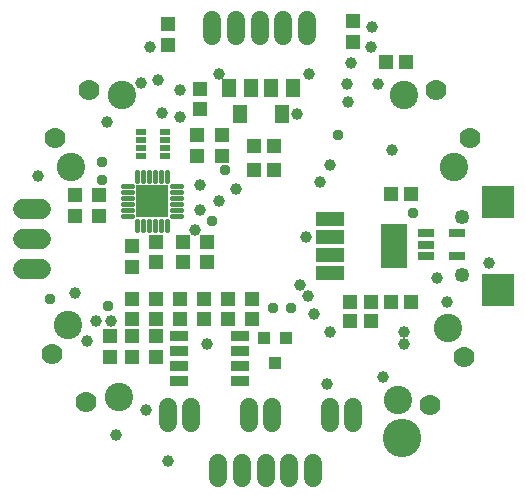
<source format=gbs>
G75*
%MOIN*%
%OFA0B0*%
%FSLAX25Y25*%
%IPPOS*%
%LPD*%
%AMOC8*
5,1,8,0,0,1.08239X$1,22.5*
%
%ADD10C,0.12800*%
%ADD11R,0.05052X0.04934*%
%ADD12R,0.04934X0.05052*%
%ADD13C,0.06800*%
%ADD14R,0.03950X0.04343*%
%ADD15R,0.05131X0.04737*%
%ADD16R,0.04737X0.05131*%
%ADD17C,0.09461*%
%ADD18C,0.07000*%
%ADD19R,0.04737X0.06312*%
%ADD20C,0.01800*%
%ADD21R,0.11100X0.11100*%
%ADD22R,0.05918X0.03359*%
%ADD23C,0.05950*%
%ADD24R,0.09461X0.05131*%
%ADD25R,0.08674X0.14580*%
%ADD26R,0.10800X0.10800*%
%ADD27C,0.04934*%
%ADD28R,0.03556X0.02178*%
%ADD29R,0.05524X0.02965*%
%ADD30C,0.03900*%
%ADD31C,0.03778*%
D10*
X0136905Y0025900D03*
D11*
X0071905Y0084455D03*
X0071905Y0091345D03*
X0063905Y0091345D03*
X0063905Y0084455D03*
X0054905Y0084455D03*
X0054905Y0091345D03*
X0046905Y0089845D03*
X0046905Y0082955D03*
X0062905Y0072345D03*
X0062905Y0065455D03*
X0054905Y0059845D03*
X0054905Y0052955D03*
X0046905Y0052955D03*
X0046905Y0059845D03*
X0068405Y0119955D03*
X0068405Y0126845D03*
D12*
X0119460Y0071400D03*
X0119460Y0064900D03*
X0126350Y0064900D03*
X0126350Y0071400D03*
D13*
X0016405Y0082400D02*
X0010405Y0082400D01*
X0010405Y0092400D02*
X0016405Y0092400D01*
X0016405Y0102400D02*
X0010405Y0102400D01*
D14*
X0090665Y0059337D03*
X0098146Y0059337D03*
X0094405Y0051069D03*
D15*
X0086905Y0065554D03*
X0086905Y0072246D03*
X0078905Y0072246D03*
X0078905Y0065554D03*
X0070905Y0065554D03*
X0070905Y0072246D03*
X0054905Y0072246D03*
X0054905Y0065554D03*
X0046905Y0065554D03*
X0046905Y0072246D03*
X0039405Y0059746D03*
X0039405Y0053054D03*
X0035905Y0100054D03*
X0035905Y0106746D03*
X0027905Y0106746D03*
X0027905Y0100054D03*
X0069405Y0135554D03*
X0069405Y0142246D03*
X0058905Y0157054D03*
X0058905Y0163746D03*
X0076905Y0126746D03*
X0076905Y0120054D03*
X0120405Y0158054D03*
X0120405Y0164746D03*
D16*
X0131559Y0151400D03*
X0138252Y0151400D03*
X0094252Y0123400D03*
X0087559Y0123400D03*
X0087559Y0115400D03*
X0094252Y0115400D03*
X0133059Y0107400D03*
X0139752Y0107400D03*
X0139752Y0071400D03*
X0133059Y0071400D03*
D17*
X0152205Y0062488D03*
X0135480Y0038603D03*
X0154205Y0116312D03*
X0137480Y0140197D03*
X0043330Y0140197D03*
X0026605Y0116312D03*
X0025605Y0063488D03*
X0042330Y0039603D03*
D18*
X0031551Y0037837D03*
X0020260Y0053963D03*
X0021260Y0125837D03*
X0032551Y0141963D03*
X0146260Y0036837D03*
X0157551Y0052963D03*
X0159551Y0125837D03*
X0148260Y0141963D03*
D19*
X0100646Y0142731D03*
X0093165Y0142731D03*
X0086646Y0142731D03*
X0079165Y0142731D03*
X0082905Y0134069D03*
X0096905Y0134069D03*
D20*
X0063258Y0109887D02*
X0060258Y0109887D01*
X0060258Y0107900D02*
X0063258Y0107900D01*
X0063258Y0105914D02*
X0060258Y0105914D01*
X0060258Y0103807D02*
X0063258Y0103807D01*
X0063258Y0101831D02*
X0060258Y0101831D01*
X0060258Y0099834D02*
X0063258Y0099834D01*
X0058510Y0098187D02*
X0058510Y0095187D01*
X0056524Y0095187D02*
X0056524Y0098187D01*
X0054537Y0098187D02*
X0054537Y0095187D01*
X0052431Y0095187D02*
X0052431Y0098187D01*
X0050454Y0098187D02*
X0050454Y0095187D01*
X0048458Y0095187D02*
X0048458Y0098187D01*
X0046710Y0099834D02*
X0043710Y0099834D01*
X0043710Y0101831D02*
X0046710Y0101831D01*
X0046710Y0103807D02*
X0043710Y0103807D01*
X0043710Y0105914D02*
X0046710Y0105914D01*
X0046710Y0107900D02*
X0043710Y0107900D01*
X0043710Y0109887D02*
X0046710Y0109887D01*
X0048458Y0111535D02*
X0048458Y0114535D01*
X0050454Y0114535D02*
X0050454Y0111535D01*
X0052431Y0111535D02*
X0052431Y0114535D01*
X0054537Y0114535D02*
X0054537Y0111535D01*
X0056524Y0111535D02*
X0056524Y0114535D01*
X0058510Y0114535D02*
X0058510Y0111535D01*
D21*
X0053445Y0104821D03*
D22*
X0062543Y0060057D03*
X0062543Y0055057D03*
X0062543Y0050057D03*
X0062543Y0045057D03*
X0082819Y0044880D03*
X0082819Y0050057D03*
X0082819Y0055057D03*
X0082819Y0060057D03*
D23*
X0085764Y0036162D02*
X0085764Y0031012D01*
X0093638Y0031012D02*
X0093638Y0036162D01*
X0091405Y0017662D02*
X0091405Y0012512D01*
X0083531Y0012512D02*
X0083531Y0017662D01*
X0075657Y0017662D02*
X0075657Y0012512D01*
X0066638Y0031012D02*
X0066638Y0036162D01*
X0058764Y0036162D02*
X0058764Y0031012D01*
X0099279Y0017662D02*
X0099279Y0012512D01*
X0107153Y0012512D02*
X0107153Y0017662D01*
X0112764Y0031012D02*
X0112764Y0036162D01*
X0120638Y0036162D02*
X0120638Y0031012D01*
X0105153Y0160012D02*
X0105153Y0165162D01*
X0097279Y0165162D02*
X0097279Y0160012D01*
X0089405Y0160012D02*
X0089405Y0165162D01*
X0081531Y0165162D02*
X0081531Y0160012D01*
X0073657Y0160012D02*
X0073657Y0165162D01*
D24*
X0112968Y0098758D03*
X0112968Y0092853D03*
X0112968Y0086947D03*
X0112968Y0081042D03*
D25*
X0134228Y0089900D03*
D26*
X0168712Y0075235D03*
X0168712Y0104565D03*
D27*
X0156783Y0099447D03*
X0156783Y0080353D03*
D28*
X0057941Y0120061D03*
X0057941Y0122620D03*
X0057941Y0125180D03*
X0057941Y0127739D03*
X0049870Y0127739D03*
X0049870Y0125180D03*
X0049870Y0122620D03*
X0049870Y0120061D03*
D29*
X0144787Y0094140D03*
X0144787Y0090400D03*
X0144787Y0086660D03*
X0155024Y0086660D03*
X0155024Y0094140D03*
D30*
X0165905Y0084400D03*
X0151905Y0071400D03*
X0148405Y0079400D03*
X0137405Y0061400D03*
X0137405Y0057400D03*
X0130405Y0046400D03*
X0111905Y0043900D03*
X0112905Y0061400D03*
X0107405Y0067400D03*
X0105405Y0073400D03*
X0102905Y0076900D03*
X0104905Y0092900D03*
X0109405Y0111400D03*
X0112905Y0116900D03*
X0101905Y0133900D03*
X0105905Y0147400D03*
X0118405Y0143900D03*
X0119905Y0150900D03*
X0126405Y0156400D03*
X0126905Y0162900D03*
X0128905Y0143900D03*
X0118905Y0137900D03*
X0133405Y0121900D03*
X0081405Y0108900D03*
X0075905Y0104900D03*
X0069405Y0101900D03*
X0067905Y0095400D03*
X0069405Y0110400D03*
X0062905Y0132900D03*
X0056905Y0134400D03*
X0062905Y0141900D03*
X0055405Y0145400D03*
X0049905Y0144400D03*
X0052905Y0156400D03*
X0075905Y0147400D03*
X0038405Y0131400D03*
X0015405Y0113400D03*
X0027905Y0074400D03*
X0034905Y0064900D03*
X0039905Y0064900D03*
X0031905Y0058400D03*
X0051405Y0035400D03*
X0041405Y0026900D03*
X0058905Y0018400D03*
X0071905Y0057400D03*
D31*
X0093905Y0069400D03*
X0099905Y0069400D03*
X0073405Y0098400D03*
X0077905Y0115400D03*
X0115405Y0126900D03*
X0140405Y0100900D03*
X0038905Y0069900D03*
X0019405Y0072400D03*
X0036905Y0111900D03*
X0036905Y0117900D03*
M02*

</source>
